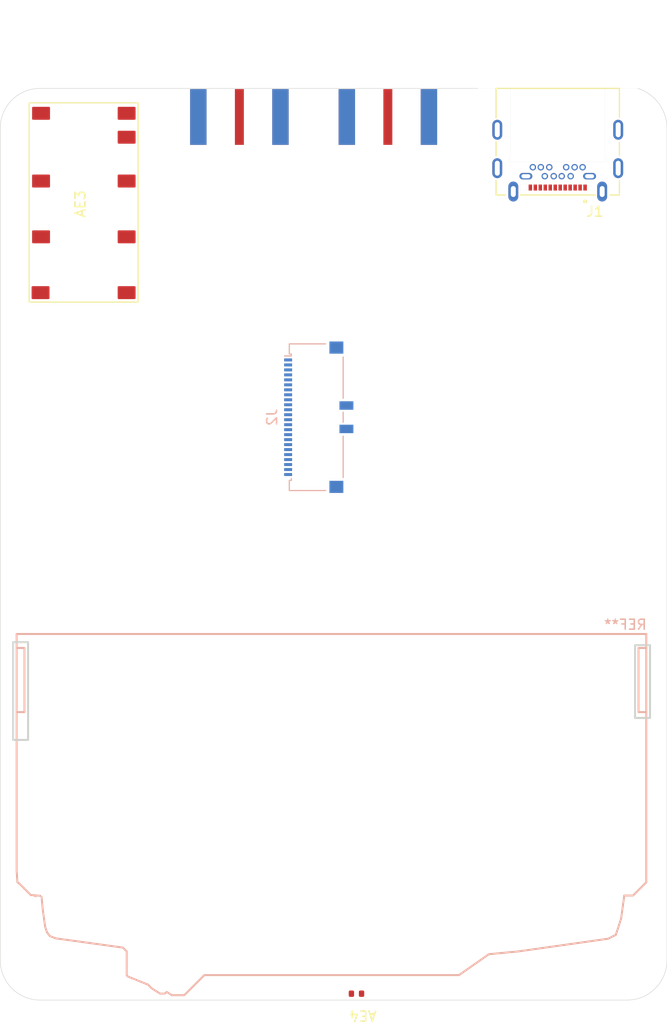
<source format=kicad_pcb>
(kicad_pcb (version 20211014) (generator pcbnew)
  (layers (0 "F.Cu" signal) (1 "In1.Cu" signal) (2 "In2.Cu" signal) (31 "B.Cu" signal) (34 "B.Paste" user) (35 "F.Paste" user) (36 "B.SilkS" user "B.Silkscreen") (37 "F.SilkS" user "F.Silkscreen") (38 "B.Mask" user) (39 "F.Mask" user) (44 "Edge.Cuts" user))
  (net 0 "")
  (footprint "ConeCodes:SRCW004" (layer "F.Cu") (at 86.809001 139.11 180)
    (fp_text reference "AE4" (at -0.15 -2.45 180 unlocked) (layer "F.SilkS"))
    (fp_text value "Antenna_Chip")
    (pad "1" smd roundrect (at 0 -0.25 180) (size 0.54 0.64) (layers "F.Cu" "F.Paste" "F.Mask"))
    (pad "2" smd roundrect (at 1.02 -0.25 180) (size 0.54 0.64) (layers "F.Cu" "F.Paste" "F.Mask"))
  )
  (footprint "ConeCodes:60312202114509" (layer "F.Cu") (at 74.531642 51.37 180)
    (fp_text reference "AE2" hide)
    (fp_text value "Antenna_Shield" hide)
    (pad "1" smd rect locked (at 0 0 270) (size 5.6 0.9) (layers "F.Cu" "F.Paste" "F.Mask"))
    (pad "2" smd rect locked (at -4.125 0 270) (size 5.6 1.65) (layers "F.Cu" "F.Paste" "F.Mask"))
    (pad "3" smd rect locked (at 4.125 0 270) (size 5.6 1.65) (layers "F.Cu" "F.Paste" "F.Mask"))
    (pad "4" smd rect locked (at -4.125 0 270) (size 5.6 1.65) (layers "B.Cu" "B.Paste" "B.Mask"))
    (pad "5" smd rect locked (at 4.125 0 270) (size 5.6 1.65) (layers "B.Cu" "B.Paste" "B.Mask"))
  )
  (footprint "ConeCodes:SR4C033-L" (layer "F.Cu") (at 58 60.4 90)
    (fp_text reference "AE3" (at 0.3 0.55 90 unlocked) (layer "F.SilkS"))
    (fp_text value "Antenna_Chip_MP")
    (fp_rect (start -9.55 -4.6) (end 10.45 6.35) (layer "F.SilkS") (width 0.12) (fill none))
    (pad "1" smd roundrect (at 9.4 5.2 90) (size 1.3 1.8) (layers "F.Cu" "F.Paste" "F.Mask") (roundrect_rratio 0.07692307692))
    (pad "2" smd roundrect (at 7 5.2 90) (size 1.3 1.8) (layers "F.Cu" "F.Paste" "F.Mask") (roundrect_rratio 0.07692307692))
    (pad "3" smd roundrect (at 2.6 5.2 90) (size 1.3 1.8) (layers "F.Cu" "F.Paste" "F.Mask") (roundrect_rratio 0.07692307692))
    (pad "4" smd roundrect (at -3 5.2 90) (size 1.3 1.8) (layers "F.Cu" "F.Paste" "F.Mask") (roundrect_rratio 0.07692307692))
    (pad "5" smd roundrect (at -8.6 5.2 90) (size 1.3 1.8) (layers "F.Cu" "F.Paste" "F.Mask") (roundrect_rratio 0.07692307692))
    (pad "6" smd roundrect (at -8.6 -3.45 90) (size 1.3 1.8) (layers "F.Cu" "F.Paste" "F.Mask") (roundrect_rratio 0.07692307692))
    (pad "7" smd roundrect (at -3 -3.4 90) (size 1.3 1.8) (layers "F.Cu" "F.Paste" "F.Mask") (roundrect_rratio 0.07692307692))
    (pad "8" smd roundrect (at 2.6 -3.4 90) (size 1.3 1.8) (layers "F.Cu" "F.Paste" "F.Mask") (roundrect_rratio 0.07692307692))
    (pad "9" smd roundrect (at 9.4 -3.4 90) (size 1.3 1.8) (layers "F.Cu" "F.Paste" "F.Mask") (roundrect_rratio 0.07692307692))
  )
  (footprint "ConeCodes:60312202114509" (layer "F.Cu") (at 89.453642 51.37 180)
    (fp_text reference "AE1" hide)
    (fp_text value "Antenna_Shield" hide)
    (pad "1" smd rect locked (at 0 0 270) (size 5.6 0.9) (layers "F.Cu" "F.Paste" "F.Mask"))
    (pad "2" smd rect locked (at -4.125 0 270) (size 5.6 1.65) (layers "F.Cu" "F.Paste" "F.Mask"))
    (pad "3" smd rect locked (at 4.125 0 270) (size 5.6 1.65) (layers "F.Cu" "F.Paste" "F.Mask"))
    (pad "4" smd rect locked (at -4.125 0 270) (size 5.6 1.65) (layers "B.Cu" "B.Paste" "B.Mask"))
    (pad "5" smd rect locked (at 4.125 0 270) (size 5.6 1.65) (layers "B.Cu" "B.Paste" "B.Mask"))
  )
  (footprint "ConeCodes:TE_2129691-1" (layer "F.Cu") (at 106.523999 53.852 180)
    (fp_text reference "J1" (at -3.73042 -7.01677) (layer "F.SilkS") (effects (font (size 1.006126 1.006126))))
    (fp_text value "TE_2129691-1")
    (fp_line (start 6.2 -5.35) (end 5.25 -5.35) (layer "F.SilkS") (width 0.127))
    (fp_line (start -6.2 2.39) (end -6.2 5.35) (layer "F.SilkS") (width 0.127))
    (fp_line (start -6.2 5.35) (end 6.2 5.35) (layer "F.SilkS") (width 0.127))
    (fp_line (start -6.2 -5.35) (end -5.25 -5.35) (layer "F.SilkS") (width 0.127))
    (fp_line (start -3.78 -5.35) (end 3.78 -5.35) (layer "F.SilkS") (width 0.127))
    (fp_line (start 6.2 5.35) (end 6.2 2.39) (layer "F.SilkS") (width 0.127))
    (fp_line (start 6.2 -3.91) (end 6.2 -5.35) (layer "F.SilkS") (width 0.127))
    (fp_line (start -6.2 -0.06) (end -6.2 -1.41) (layer "F.SilkS") (width 0.127))
    (fp_line (start -6.2 -3.91) (end -6.2 -5.35) (layer "F.SilkS") (width 0.127))
    (fp_line (start 6.2 -0.01) (end 6.2 -1.41) (layer "F.SilkS") (width 0.127))
    (fp_circle (center -2.75 -6) (end -2.65 -6) (layer "F.SilkS") (width 0.2) (fill none))
    (fp_line (start -4.75 -1.64) (end -4.75 5.35) (layer "Edge.Cuts") (width 0.01))
    (fp_line (start 4.75 5.35) (end 8.05 5.35) (layer "Edge.Cuts") (width 0.01))
    (fp_line (start -8.05 5.35) (end -4.75 5.35) (layer "Edge.Cuts") (width 0.01))
    (fp_line (start 3.365 -4.925) (end 3.535 -4.925) (layer "Edge.Cuts") (width 0.01))
    (fp_line (start 4.75 -1.64) (end 4.75 5.35) (layer "Edge.Cuts") (width 0.01))
    (fp_line (start 3.535 -4.275) (end 3.365 -4.275) (layer "Edge.Cuts") (width 0.01))
    (fp_line (start -4.75 -2.04) (end 4.75 -2.04) (layer "Edge.Cuts") (width 0.01))
    (fp_arc (start -4.75 -1.64) (mid -4.95 -1.84) (end -4.75 -2.04) (layer "Edge.Cuts") (width 0.01))
    (fp_arc (start 3.365 -4.275) (mid 3.12769 -4.367084) (end 3.025 -4.6) (layer "Edge.Cuts") (width 0.01))
    (fp_arc (start 3.535 -4.925) (mid 3.77231 -4.832916) (end 3.875 -4.6) (layer "Edge.Cuts") (width 0.01))
    (fp_arc (start 3.025 -4.6) (mid 3.12769 -4.832916) (end 3.365 -4.925) (layer "Edge.Cuts") (width 0.01))
    (fp_arc (start 4.75 -2.04) (mid 4.95 -1.84) (end 4.75 -1.64) (layer "Edge.Cuts") (width 0.01))
    (fp_arc (start 3.875 -4.6) (mid 3.77231 -4.367084) (end 3.535 -4.275) (layer "Edge.Cuts") (width 0.01))
    (pad "" np_thru_hole circle locked (at 3.45 -4.6 180) (size 0.65 0.65) (drill 0.65) (layers *.Cu *.Mask))
    (pad "" np_thru_hole circle locked (at -3.45 -4.6 180) (size 0.65 0.65) (drill 0.65) (layers *.Cu *.Mask))
    (pad "A1" smd rect locked (at -2.75 -4.6 180) (size 0.35 0.6) (layers "F.Cu" "F.Paste" "F.Mask"))
    (pad "A2" smd rect locked (at -2.25 -4.6 180) (size 0.35 0.6) (layers "F.Cu" "F.Paste" "F.Mask"))
    (pad "A3" smd rect locked (at -1.75 -4.6 180) (size 0.35 0.6) (layers "F.Cu" "F.Paste" "F.Mask"))
    (pad "A4" smd rect locked (at -1.25 -4.6 180) (size 0.35 0.6) (layers "F.Cu" "F.Paste" "F.Mask"))
    (pad "A5" smd rect locked (at -0.75 -4.6 180) (size 0.35 0.6) (layers "F.Cu" "F.Paste" "F.Mask"))
    (pad "A6" smd rect locked (at -0.25 -4.6 180) (size 0.35 0.6) (layers "F.Cu" "F.Paste" "F.Mask"))
    (pad "A7" smd rect locked (at 0.25 -4.6 180) (size 0.35 0.6) (layers "F.Cu" "F.Paste" "F.Mask"))
    (pad "A8" smd rect locked (at 0.75 -4.6 180) (size 0.35 0.6) (layers "F.Cu" "F.Paste" "F.Mask"))
    (pad "A9" smd rect locked (at 1.25 -4.6 180) (size 0.35 0.6) (layers "F.Cu" "F.Paste" "F.Mask"))
    (pad "A10" smd rect locked (at 1.75 -4.6 180) (size 0.35 0.6) (layers "F.Cu" "F.Paste" "F.Mask"))
    (pad "A11" smd rect locked (at 2.25 -4.6 180) (size 0.35 0.6) (layers "F.Cu" "F.Paste" "F.Mask"))
    (pad "A12" smd rect locked (at 2.75 -4.6 180) (size 0.35 0.6) (layers "F.Cu" "F.Paste" "F.Mask"))
    (pad "B1" thru_hole oval locked (at 3.2 -3.46 180) (size 1.3 0.65) (drill oval 0.9 0.4) (layers *.Cu *.Mask))
    (pad "B2" thru_hole circle locked (at 2.5 -2.56 180) (size 0.65 0.65) (drill 0.4) (layers *.Cu *.Mask))
    (pad "B3" thru_hole circle locked (at 1.7 -2.56 180) (size 0.65 0.65) (drill 0.4) (layers *.Cu *.Mask))
    (pad "B4" thru_hole circle locked (at 1.3 -3.46 180) (size 0.65 0.65) (drill 0.4) (layers *.Cu *.Mask))
    (pad "B5" thru_hole circle locked (at 0.85 -2.56 180) (size 0.65 0.65) (drill 0.4) (layers *.Cu *.Mask))
    (pad "B6" thru_hole circle locked (at 0.4 -3.46 180) (size 0.65 0.65) (drill 0.4) (layers *.Cu *.Mask))
    (pad "B7" thru_hole circle locked (at -0.4 -3.46 180) (size 0.65 0.65) (drill 0.4) (layers *.Cu *.Mask))
    (pad "B8" thru_hole circle locked (at -0.85 -2.56 180) (size 0.65 0.65) (drill 0.4) (layers *.Cu *.Mask))
    (pad "B9" thru_hole circle locked (at -1.3 -3.46 180) (size 0.65 0.65) (drill 0.4) (layers *.Cu *.Mask))
    (pad "B10" thru_hole circle locked (at -1.7 -2.56 180) (size 0.65 0.65) (drill 0.4) (layers *.Cu *.Mask))
    (pad "B11" thru_hole circle locked (at -2.5 -2.56 180) (size 0.65 0.65) (drill 0.4) (layers *.Cu *.Mask))
    (pad "B12" thru_hole oval locked (at -3.2 -3.46 180) (size 1.3 0.65) (drill oval 0.9 0.4) (layers *.Cu *.Mask))
    (pad "S1" thru_hole oval locked (at -6.075 1.2 180) (size 1 2) (drill oval 0.5 1.5) (layers *.Cu *.Mask))
    (pad "S2" thru_hole oval locked (at 6.075 1.2 180) (size 1 2) (drill oval 0.5 1.5) (layers *.Cu *.Mask))
    (pad "S3" thru_hole oval locked (at -6.075 -2.66 180) (size 1 2) (drill oval 0.5 1.5) (layers *.Cu *.Mask))
    (pad "S4" thru_hole oval locked (at 6.075 -2.66 180) (size 1 2) (drill oval 0.5 1.5) (layers *.Cu *.Mask))
    (pad "S5" thru_hole oval locked (at -4.465 -5 180) (size 1 2) (drill oval 0.5 1.1) (layers *.Cu *.Mask))
    (pad "S6" thru_hole oval locked (at 4.465 -5 180) (size 1 2) (drill oval 0.5 1.1) (layers *.Cu *.Mask))
  )
  (footprint "ConeCodes:BBQ10KBD" (layer "B.Cu") (at 83.81 120.32 180)
    (fp_text reference "REF**" (at -29.5 18) (layer "B.SilkS") (effects (justify mirror)))
    (fp_text value "BBQ10KBD")
    (fp_line (start 31.664148 9.221676) (end 31.664148 15.657405) (layer "B.SilkS") (width 0.2))
    (fp_line (start 20.98892 -14.412456) (end 27.751675 -13.484035) (layer "B.SilkS") (width 0.2))
    (fp_line (start 16.789573 -19.02995) (end 17.251039 -19.02995) (layer "B.SilkS") (width 0.2))
    (fp_line (start 18.112979 -18.485567) (end 18.444664 -18.137531) (layer "B.SilkS") (width 0.2))
    (fp_line (start 14.850224 -19.192718) (end 16.057414 -19.192718) (layer "B.SilkS") (width 0.2))
    (fp_line (start 16.057414 -19.192718) (end 16.572843 -18.867184) (layer "B.SilkS") (width 0.2))
    (fp_line (start 12.802072 -17.175425) (end 14.726283 -19.099637) (layer "B.SilkS") (width 0.2))
    (fp_line (start 31.664148 15.657405) (end 31.664148 17.061106) (layer "B.SilkS") (width 0.2))
    (fp_line (start 28.33071 -13.250873) (end 28.612555 -12.875589) (layer "B.SilkS") (width 0.2))
    (fp_line (start 30.238469 -9.139098) (end 31.392258 -7.985308) (layer "B.SilkS") (width 0.2))
    (fp_line (start 28.612555 -12.875589) (end 28.797363 -12.315294) (layer "B.SilkS") (width 0.2))
    (fp_line (start 31.664148 15.657405) (end 30.876547 15.657405) (layer "B.SilkS") (width 0.2))
    (fp_line (start 31.580558 -7.860648) (end 31.664148 -6.714053) (layer "B.SilkS") (width 0.2))
    (fp_line (start -30.285314 -9.188317) (end -29.402052 -9.188317) (layer "B.SilkS") (width 0.2))
    (fp_line (start 31.664148 -6.714053) (end 31.664148 9.221676) (layer "B.SilkS") (width 0.2))
    (fp_line (start -18.759611 -14.795931) (end -15.794749 -15.076961) (layer "B.SilkS") (width 0.2))
    (fp_line (start -28.555561 -13.130038) (end -27.787524 -13.521588) (layer "B.SilkS") (width 0.2))
    (fp_line (start 20.605444 -17.175425) (end 20.605444 -14.795931) (layer "B.SilkS") (width 0.2))
    (fp_line (start -29.084617 -11.500549) (end -28.555561 -13.130038) (layer "B.SilkS") (width 0.2))
    (fp_line (start 20.50638 -17.307333) (end 20.605444 -17.175425) (layer "B.SilkS") (width 0.2))
    (fp_line (start -31.61298 17.061106) (end -31.61298 15.657405) (layer "B.SilkS") (width 0.2))
    (fp_line (start -31.61298 9.221676) (end -31.61298 -7.860648) (layer "B.SilkS") (width 0.2))
    (fp_line (start 27.751675 -13.484035) (end 28.33071 -13.250873) (layer "B.SilkS") (width 0.2))
    (fp_line (start -27.787524 -13.521588) (end -18.759611 -14.795931) (layer "B.SilkS") (width 0.2))
    (fp_line (start 30.876547 15.657405) (end 30.876547 9.221676) (layer "B.SilkS") (width 0.2))
    (fp_line (start 29.758609 -9.275561) (end 29.899729 -9.158878) (layer "B.SilkS") (width 0.2))
    (fp_line (start 14.726283 -19.099637) (end 14.850224 -19.192718) (layer "B.SilkS") (width 0.2))
    (fp_line (start -31.61298 15.657405) (end -31.61298 9.221676) (layer "B.SilkS") (width 0.2))
    (fp_line (start 31.392258 -7.985308) (end 31.580558 -7.860648) (layer "B.SilkS") (width 0.2))
    (fp_line (start -31.61298 15.657405) (end -30.831291 15.657405) (layer "B.SilkS") (width 0.2))
    (fp_line (start -29.402052 -9.188317) (end -29.084617 -11.500549) (layer "B.SilkS") (width 0.2))
    (fp_line (start -12.790645 -17.175425) (end 12.802072 -17.175425) (layer "B.SilkS") (width 0.2))
    (fp_line (start 30.876547 9.221676) (end 31.664148 9.221676) (layer "B.SilkS") (width 0.2))
    (fp_line (start -30.831291 9.221676) (end -31.61298 9.221676) (layer "B.SilkS") (width 0.2))
    (fp_line (start -30.831291 15.657405) (end -30.831291 9.221676) (layer "B.SilkS") (width 0.2))
    (fp_line (start 20.605444 -14.795931) (end 20.98892 -14.412456) (layer "B.SilkS") (width 0.2))
    (fp_line (start 17.251039 -19.02995) (end 18.112979 -18.485567) (layer "B.SilkS") (width 0.2))
    (fp_line (start 28.797363 -12.315294) (end 29.034378 -10.636195) (layer "B.SilkS") (width 0.2))
    (fp_line (start -15.794749 -15.076961) (end -12.790645 -17.175425) (layer "B.SilkS") (width 0.2))
    (fp_line (start 29.034378 -10.636195) (end 29.158609 -9.325561) (layer "B.SilkS") (width 0.2))
    (fp_line (start 16.572843 -18.867184) (end 16.789573 -19.02995) (layer "B.SilkS") (width 0.2))
    (fp_line (start 18.444664 -18.137531) (end 20.50638 -17.307333) (layer "B.SilkS") (width 0.2))
    (fp_line (start 29.299729 -9.208878) (end 30.238469 -9.139098) (layer "B.SilkS") (width 0.2))
    (fp_line (start -31.61298 -7.860648) (end -30.285314 -9.188317) (layer "B.SilkS") (width 0.2))
    (fp_line (start 31.664148 17.061106) (end -31.61298 17.061106) (layer "B.SilkS") (width 0.2))
    (fp_line (start 30.51202 6.43) (end 32.01202 6.43) (layer "Edge.Cuts") (width 0.2))
    (fp_line (start 32.01202 6.43) (end 32.01202 16.236106) (layer "Edge.Cuts") (width 0.2))
    (fp_line (start 30.51202 16.236106) (end 30.51202 6.43) (layer "Edge.Cuts") (width 0.2))
    (fp_line (start -30.48798 15.936106) (end -31.98798 15.936106) (layer "Edge.Cuts") (width 0.2))
    (fp_line (start -31.98798 15.936106) (end -31.98798 8.636106) (layer "Edge.Cuts") (width 0.2))
    (fp_line (start 32.01202 16.236106) (end 30.51202 16.236106) (layer "Edge.Cuts") (width 0.2))
    (fp_line (start -30.48798 8.636106) (end -30.48798 15.936106) (layer "Edge.Cuts") (width 0.2))
    (fp_line (start -31.98798 8.636106) (end -30.48798 8.636106) (layer "Edge.Cuts") (width 0.2))
  )
  (footprint "Connector_FFC-FPC:Molex_502244-2430_1x24-1MP_P0.5mm_Horizontal" (layer "B.Cu") (at 82.51 81.504 -90)
    (fp_text reference "J2" (at 0 4.7 90) (layer "B.SilkS") (effects (justify mirror)))
    (fp_text value "Conn_01x15")
    (fp_line (start -6.34 2.76) (end -6.34 2.96) (layer "B.SilkS") (width 0.12))
    (fp_line (start 1.9 -2.45) (end 6.05 -2.45) (layer "B.SilkS") (width 0.12))
    (fp_line (start -7.36 2.96) (end -6.35 2.96) (layer "B.SilkS") (width 0.12))
    (fp_line (start -6.05 -2.45) (end -1.9 -2.45) (layer "B.SilkS") (width 0.12))
    (fp_line (start 6.34 2.96) (end 6.34 2.76) (layer "B.SilkS") (width 0.12))
    (fp_line (start -7.36 -0.7) (end -7.36 2.96) (layer "B.SilkS") (width 0.12))
    (fp_line (start -6.15 2.76) (end -6.15 3.45) (layer "B.SilkS") (width 0.12))
    (fp_line (start 6.35 2.96) (end 7.36 2.96) (layer "B.SilkS") (width 0.12))
    (fp_line (start -6.34 2.76) (end -6.15 2.76) (layer "B.SilkS") (width 0.12))
    (fp_line (start -0.5 -2.45) (end 0.5 -2.45) (layer "B.SilkS") (width 0.12))
    (fp_line (start 6.34 2.76) (end 6.15 2.76) (layer "B.SilkS") (width 0.12))
    (fp_line (start 7.36 2.96) (end 7.36 -0.7) (layer "B.SilkS") (width 0.12))
    (pad "1" smd rect locked (at -5.75 3.08 270) (size 0.3 0.8) (layers "B.Cu" "B.Paste" "B.Mask"))
    (pad "2" smd rect locked (at -5.25 3.08 270) (size 0.3 0.8) (layers "B.Cu" "B.Paste" "B.Mask"))
    (pad "3" smd rect locked (at -4.75 3.08 270) (size 0.3 0.8) (layers "B.Cu" "B.Paste" "B.Mask"))
    (pad "4" smd rect locked (at -4.25 3.08 270) (size 0.3 0.8) (layers "B.Cu" "B.Paste" "B.Mask"))
    (pad "5" smd rect locked (at -3.75 3.08 270) (size 0.3 0.8) (layers "B.Cu" "B.Paste" "B.Mask"))
    (pad "6" smd rect locked (at -3.25 3.08 270) (size 0.3 0.8) (layers "B.Cu" "B.Paste" "B.Mask"))
    (pad "7" smd rect locked (at -2.75 3.08 270) (size 0.3 0.8) (layers "B.Cu" "B.Paste" "B.Mask"))
    (pad "8" smd rect locked (at -2.25 3.08 270) (size 0.3 0.8) (layers "B.Cu" "B.Paste" "B.Mask"))
    (pad "9" smd rect locked (at -1.75 3.08 270) (size 0.3 0.8) (layers "B.Cu" "B.Paste" "B.Mask"))
    (pad "10" smd rect locked (at -1.25 3.08 270) (size 0.3 0.8) (layers "B.Cu" "B.Paste" "B.Mask"))
    (pad "11" smd rect locked (at -0.75 3.08 270) (size 0.3 0.8) (layers "B.Cu" "B.Paste" "B.Mask"))
    (pad "12" smd rect locked (at -0.25 3.08 270) (size 0.3 0.8) (layers "B.Cu" "B.Paste" "B.Mask"))
    (pad "13" smd rect locked (at 0.25 3.08 270) (size 0.3 0.8) (layers "B.Cu" "B.Paste" "B.Mask"))
    (pad "14" smd rect locked (at 0.75 3.08 270) (size 0.3 0.8) (layers "B.Cu" "B.Paste" "B.Mask"))
    (pad "15" smd rect locked (at 1.25 3.08 270) (size 0.3 0.8) (layers "B.Cu" "B.Paste" "B.Mask"))
    (pad "16" smd rect locked (at 1.75 3.08 270) (size 0.3 0.8) (layers "B.Cu" "B.Paste" "B.Mask"))
    (pad "17" smd rect locked (at 2.25 3.08 270) (size 0.3 0.8) (layers "B.Cu" "B.Paste" "B.Mask"))
    (pad "18" smd rect locked (at 2.75 3.08 270) (size 0.3 0.8) (layers "B.Cu" "B.Paste" "B.Mask"))
    (pad "19" smd rect locked (at 3.25 3.08 270) (size 0.3 0.8) (layers "B.Cu" "B.Paste" "B.Mask"))
    (pad "20" smd rect locked (at 3.75 3.08 270) (size 0.3 0.8) (layers "B.Cu" "B.Paste" "B.Mask"))
    (pad "21" smd rect locked (at 4.25 3.08 270) (size 0.3 0.8) (layers "B.Cu" "B.Paste" "B.Mask"))
    (pad "22" smd rect locked (at 4.75 3.08 270) (size 0.3 0.8) (layers "B.Cu" "B.Paste" "B.Mask"))
    (pad "23" smd rect locked (at 5.25 3.08 270) (size 0.3 0.8) (layers "B.Cu" "B.Paste" "B.Mask"))
    (pad "24" smd rect locked (at 5.75 3.08 270) (size 0.3 0.8) (layers "B.Cu" "B.Paste" "B.Mask"))
    (pad "MP" smd rect locked (at 1.175 -2.78 270) (size 0.85 1.4) (layers "B.Cu" "B.Paste" "B.Mask"))
    (pad "MP" smd rect locked (at 6.99 -1.77 270) (size 1.22 1.4) (layers "B.Cu" "B.Paste" "B.Mask"))
    (pad "MP" smd rect locked (at -1.175 -2.78 270) (size 0.85 1.4) (layers "B.Cu" "B.Paste" "B.Mask"))
    (pad "MP" smd rect locked (at -6.99 -1.77 270) (size 1.22 1.4) (layers "B.Cu" "B.Paste" "B.Mask"))
  )
  (gr_line (start 117.5 136.000001) (end 117.5 52.5) (layer "Edge.Cuts") (width 0.05))
  (gr_arc (start 117.5 136.000001) (mid 116.328427 138.828428) (end 113.5 140) (layer "Edge.Cuts") (width 0.05))
  (gr_line (start 50.5 52.5) (end 50.5 136) (layer "Edge.Cuts") (width 0.05))
  (gr_arc (start 50.5 52.5) (mid 51.671573 49.671573) (end 54.5 48.5) (layer "Edge.Cuts") (width 0.05))
  (gr_arc (start 54.5 140) (mid 51.671573 138.828427) (end 50.5 136) (layer "Edge.Cuts") (width 0.05))
  (gr_arc (start 114.573999 48.502) (mid 116.690356 50.02283) (end 117.5 52.5) (layer "Edge.Cuts") (width 0.05))
  (gr_line (start 54.5 140) (end 113.5 140) (layer "Edge.Cuts") (width 0.05))
  (gr_line (start 98.473999 48.502) (end 54.5 48.5) (layer "Edge.Cuts") (width 0.05))
)
</source>
